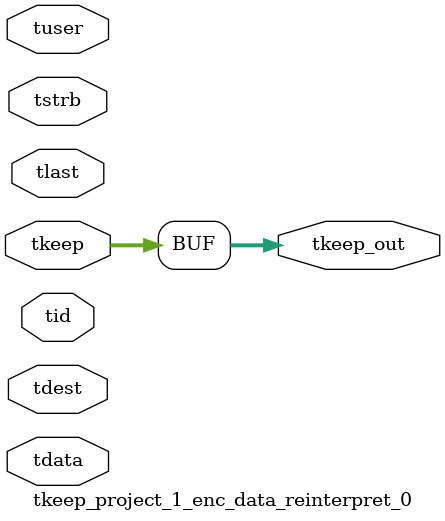
<source format=v>


`timescale 1ps/1ps

module tkeep_project_1_enc_data_reinterpret_0 #
(
parameter C_S_AXIS_TDATA_WIDTH = 32,
parameter C_S_AXIS_TUSER_WIDTH = 0,
parameter C_S_AXIS_TID_WIDTH   = 0,
parameter C_S_AXIS_TDEST_WIDTH = 0,
parameter C_M_AXIS_TDATA_WIDTH = 32
)
(
input  [(C_S_AXIS_TDATA_WIDTH == 0 ? 1 : C_S_AXIS_TDATA_WIDTH)-1:0     ] tdata,
input  [(C_S_AXIS_TUSER_WIDTH == 0 ? 1 : C_S_AXIS_TUSER_WIDTH)-1:0     ] tuser,
input  [(C_S_AXIS_TID_WIDTH   == 0 ? 1 : C_S_AXIS_TID_WIDTH)-1:0       ] tid,
input  [(C_S_AXIS_TDEST_WIDTH == 0 ? 1 : C_S_AXIS_TDEST_WIDTH)-1:0     ] tdest,
input  [(C_S_AXIS_TDATA_WIDTH/8)-1:0 ] tkeep,
input  [(C_S_AXIS_TDATA_WIDTH/8)-1:0 ] tstrb,
input                                                                    tlast,
output [(C_M_AXIS_TDATA_WIDTH/8)-1:0 ] tkeep_out
);

assign tkeep_out = {tkeep[11:0]};

endmodule


</source>
